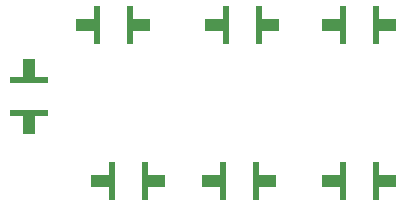
<source format=gtp>
G04*
G04 #@! TF.GenerationSoftware,Altium Limited,Altium Designer,21.3.2 (30)*
G04*
G04 Layer_Color=8421504*
%FSLAX25Y25*%
%MOIN*%
G70*
G04*
G04 #@! TF.SameCoordinates,6CEF4A8F-711D-4CFA-BBFF-D2CDE4DC2355*
G04*
G04*
G04 #@! TF.FilePolarity,Positive*
G04*
G01*
G75*
%ADD12R,0.05906X0.03937*%
%ADD13R,0.01968X0.12992*%
%ADD14R,0.03937X0.05906*%
%ADD15R,0.12992X0.01968*%
D12*
X378400Y130000D02*
D03*
X359600D02*
D03*
X338400D02*
D03*
X319600D02*
D03*
X301400D02*
D03*
X282600D02*
D03*
X359600Y182000D02*
D03*
X378400D02*
D03*
X320600D02*
D03*
X339400D02*
D03*
X277600D02*
D03*
X296400D02*
D03*
D13*
X363488Y130000D02*
D03*
X374512D02*
D03*
X323488D02*
D03*
X334512D02*
D03*
X286488D02*
D03*
X297512D02*
D03*
X374512Y182000D02*
D03*
X363488D02*
D03*
X335512D02*
D03*
X324488D02*
D03*
X292512D02*
D03*
X281488D02*
D03*
D14*
X259000Y148600D02*
D03*
Y167400D02*
D03*
D15*
Y163512D02*
D03*
Y152488D02*
D03*
M02*

</source>
